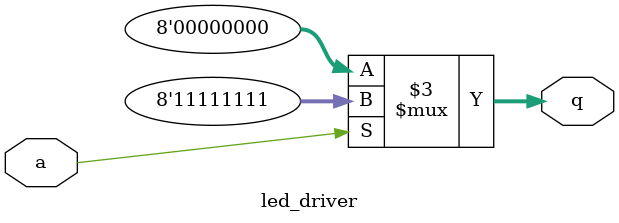
<source format=sv>
module led_driver (output logic [7:0] q, input logic a);

// the input of this device is the busy flag
// the output bus is fed to the 8 LEDs
// the leds are on when motor are spinning - just a cool little indicator!

always_comb begin

    if (a) begin
        q = 8'hFF;
    end

    else begin
        q = 8'h0;
    end

end


endmodule

</source>
